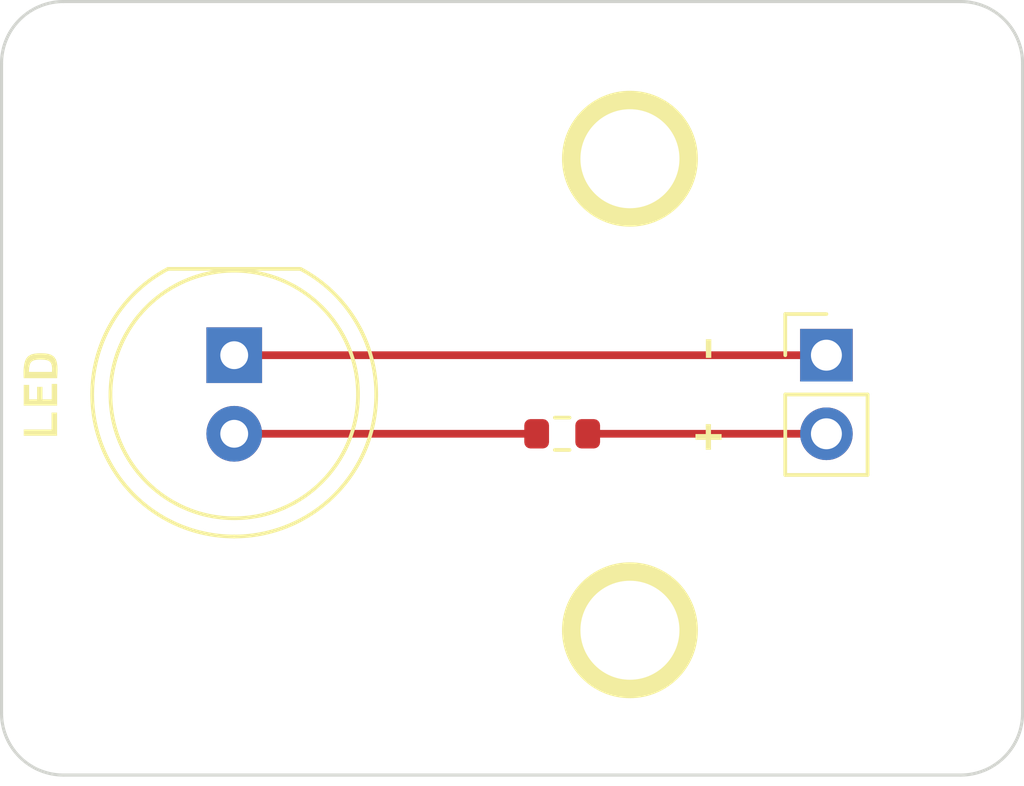
<source format=kicad_pcb>
(kicad_pcb (version 20221018) (generator pcbnew)
  (layers (0 "F.Cu" signal) (31 "B.Cu" signal) (34 "B.Paste" user) (35 "F.Paste" user) (36 "B.SilkS" user "B.Silkscreen") (37 "F.SilkS" user "F.Silkscreen") (38 "B.Mask" user) (39 "F.Mask" user) (44 "Edge.Cuts" user))
  (net 0 "")
  (net 1 "Net-(D1-K)")
  (net 2 "Net-(D1-A)")
  (net 3 "Net-(J1-Pin_2)")
  (footprint "MountingHole:MountingHole_3.2mm_M3" (layer "F.Cu") (at 161.29 83.82)
    (fp_text reference "REF**" hide)
    (fp_text value "MountingHole_3.2mm_M3")
    (pad "" np_thru_hole circle (at 0 0) (size 3.2 3.2) (drill 3.2) (layers "F&B.Cu" "*.Mask"))
  )
  (footprint "MountingHole:MountingHole_3.2mm_M3" (layer "F.Cu") (at 161.29 68.58)
    (fp_text reference "REF**" hide)
    (fp_text value "MountingHole_3.2mm_M3")
    (pad "" np_thru_hole circle (at 0 0) (size 3.2 3.2) (drill 3.2) (layers "*.Cu" "*.Mask"))
  )
  (footprint "Resistor_SMD:R_0603_1608Metric" (layer "F.Cu") (at 159.1 77.47 180)
    (fp_text reference "R1" hide)
    (fp_text value "R")
    (fp_line (start -0.237258 -0.5225) (end 0.237258 -0.5225) (stroke (width 0.12)) (layer "F.SilkS"))
    (fp_line (start -0.237258 0.5225) (end 0.237258 0.5225) (stroke (width 0.12)) (layer "F.SilkS"))
    (pad "1" smd roundrect (at -0.825 0 180) (size 0.8 0.95) (layers "F.Cu" "F.Paste" "F.Mask") (net 3 "Net-(J1-Pin_2)"))
    (pad "2" smd roundrect (at 0.825 0 180) (size 0.8 0.95) (layers "F.Cu" "F.Paste" "F.Mask") (net 2 "Net-(D1-A)"))
  )
  (footprint "Connector_PinHeader_2.54mm:PinHeader_1x02_P2.54mm_Vertical" (layer "F.Cu") (at 167.64 74.93)
    (fp_text reference "J1" hide)
    (fp_text value "Input")
    (fp_line (start -1.33 -1.33) (end 0 -1.33) (stroke (width 0.12)) (layer "F.SilkS"))
    (fp_line (start -1.33 0) (end -1.33 -1.33) (stroke (width 0.12)) (layer "F.SilkS"))
    (fp_line (start -1.33 1.27) (end -1.33 3.87) (stroke (width 0.12)) (layer "F.SilkS"))
    (fp_line (start -1.33 1.27) (end 1.33 1.27) (stroke (width 0.12)) (layer "F.SilkS"))
    (fp_line (start -1.33 3.87) (end 1.33 3.87) (stroke (width 0.12)) (layer "F.SilkS"))
    (fp_line (start 1.33 1.27) (end 1.33 3.87) (stroke (width 0.12)) (layer "F.SilkS"))
    (pad "1" thru_hole rect (at 0 0) (size 1.7 1.7) (drill 1) (layers "*.Cu" "*.Mask") (net 1 "Net-(D1-K)"))
    (pad "2" thru_hole oval (at 0 2.54) (size 1.7 1.7) (drill 1) (layers "*.Cu" "*.Mask") (net 3 "Net-(J1-Pin_2)"))
  )
  (footprint "LED_THT:LED_D8.0mm" (layer "F.Cu") (at 148.5 74.93 -90)
    (fp_text reference "D1" hide)
    (fp_text value "LED")
    (fp_line (start -2.79 -2.142) (end -2.79 2.142) (stroke (width 0.12)) (layer "F.SilkS"))
    (fp_arc (start -2.79 -2.141145) (mid 2.373119 -4.455472) (end 5.86 0.000486) (stroke (width 0.12)) (layer "F.SilkS"))
    (fp_arc (start 5.86 -0.000486) (mid 2.373119 4.455472) (end -2.79 2.141145) (stroke (width 0.12)) (layer "F.SilkS"))
    (fp_circle (center 1.27 0) (end 5.27 0) (stroke (width 0.12)) (fill none) (layer "F.SilkS"))
    (pad "1" thru_hole rect (at 0 0 270) (size 1.8 1.8) (drill 0.9) (layers "*.Cu" "*.Mask") (net 1 "Net-(D1-K)"))
    (pad "2" thru_hole circle (at 2.54 0 270) (size 1.8 1.8) (drill 0.9) (layers "*.Cu" "*.Mask") (net 2 "Net-(D1-A)"))
  )
  (footprint "kibuzzard-663E2491" (layer "F.Cu") (at 142.24 76.2 90)
    (fp_text reference "kibuzzard-663E2491" hide)
    (fp_text value "G***" hide)
    (fp_poly (pts (xy -1.334294 -0.542925) (xy -1.131094 -0.542925) (xy -1.131094 0.357188) (xy -0.584994 0.357188) (xy -0.584994 0.534988) (xy -1.334294 0.534988) (xy -1.334294 -0.542925)) (fill solid) (layer "F.SilkS"))
    (fp_poly (pts (xy -0.359569 -0.542925) (xy 0.310356 -0.542925) (xy 0.310356 -0.3683) (xy -0.156369 -0.3683) (xy -0.156369 -0.111125) (xy 0.246856 -0.111125) (xy 0.246856 0.0635) (xy -0.156369 0.0635) (xy -0.156369 0.36195) (xy 0.342106 0.36195) (xy 0.342106 0.536575) (xy -0.359569 0.536575) (xy -0.359569 -0.542925)) (fill solid) (layer "F.SilkS"))
    (fp_poly (pts (xy 0.526256 0.536575) (xy 0.526256 -0.542925) (xy 0.623094 -0.547688) (xy 0.710406 -0.549275) (xy 0.796131 -0.547291) (xy 0.872331 -0.541337) (xy 0.983897 -0.525463) (xy 1.077295 -0.501121) (xy 1.152525 -0.468313) (xy 1.237258 -0.398661) (xy 1.293019 -0.300831) (xy 1.315949 -0.216429) (xy 1.329708 -0.112448) (xy 1.334294 0.011113) (xy 1.329002 0.140317) (xy 1.313127 0.248532) (xy 1.286669 0.335756) (xy 1.222772 0.43438) (xy 1.126331 0.500063) (xy 1.040783 0.527403) (xy 0.93442 0.543807) (xy 0.854869 0.547227) (xy 0.854869 0.37465) (xy 0.950516 0.361156) (xy 1.021556 0.333375) (xy 1.071761 0.287536) (xy 1.1049 0.219869) (xy 1.123355 0.125611) (xy 1.129506 0) (xy 1.123553 -0.118864) (xy 1.105694 -0.208756) (xy 1.073745 -0.274241) (xy 1.025525 -0.319881) (xy 0.957461 -0.349448) (xy 0.865981 -0.366713) (xy 0.791369 -0.372666) (xy 0.729456 -0.37465) (xy 0.729456 0.369888) (xy 0.854869 0.37465) (xy 0.854869 0.547227) (xy 0.807244 0.549275) (xy 0.723812 0.547864) (xy 0.630149 0.543631) (xy 0.526256 0.536575)) (fill solid) (layer "F.SilkS"))
  )
  (footprint "kibuzzard-663E249F" (layer "F.Cu") (at 163.83 76.2 90)
    (fp_text reference "kibuzzard-663E249F" hide)
    (fp_text value "G***" hide)
    (fp_poly (pts (xy 1.183481 -0.085725) (xy 1.786731 -0.085725) (xy 1.786731 0.0889) (xy 1.183481 0.0889) (xy 1.183481 -0.085725)) (fill solid) (layer "F.SilkS"))
    (fp_poly (pts (xy -1.466056 0.079375) (xy -1.786731 0.079375) (xy -1.786731 -0.0889) (xy -1.466056 -0.0889) (xy -1.466056 -0.422275) (xy -1.278731 -0.422275) (xy -1.278731 -0.0889) (xy -0.958056 -0.0889) (xy -0.958056 0.079375) (xy -1.278731 0.079375) (xy -1.278731 0.422275) (xy -1.466056 0.422275) (xy -1.466056 0.079375)) (fill solid) (layer "F.SilkS"))
  )
  (gr_circle (center 161.29 68.58) (end 163.086051 68.58) (stroke (width 0.8)) (fill none) (layer "F.SilkS"))
  (gr_circle (center 161.29 83.82) (end 160.02 82.55) (stroke (width 0.8)) (fill none) (layer "F.SilkS"))
  (gr_arc (start 171.98 63.5) (mid 173.394214 64.085786) (end 173.98 65.5) (stroke (width 0.1)) (layer "Edge.Cuts"))
  (gr_line (start 142.98 63.5) (end 171.98 63.5) (stroke (width 0.1)) (layer "Edge.Cuts"))
  (gr_line (start 173.98 65.5) (end 173.98 86.5) (stroke (width 0.1)) (layer "Edge.Cuts"))
  (gr_line (start 171.98 88.5) (end 142.98 88.5) (stroke (width 0.1)) (layer "Edge.Cuts"))
  (gr_line (start 140.98 86.5) (end 140.98 65.5) (stroke (width 0.1)) (layer "Edge.Cuts"))
  (gr_arc (start 142.98 88.5) (mid 141.565786 87.914214) (end 140.98 86.5) (stroke (width 0.1)) (layer "Edge.Cuts"))
  (gr_arc (start 173.98 86.5) (mid 173.394214 87.914214) (end 171.98 88.5) (stroke (width 0.1)) (layer "Edge.Cuts"))
  (gr_arc (start 140.98 65.5) (mid 141.565786 64.085786) (end 142.98 63.5) (stroke (width 0.1)) (layer "Edge.Cuts"))
  (segment (start 148.5 74.93) (end 167.64 74.93) (width 0.25) (layer "F.Cu") (net 1))
  (segment (start 148.5 77.47) (end 158.275 77.47) (width 0.25) (layer "F.Cu") (net 2))
  (segment (start 159.925 77.47) (end 167.64 77.47) (width 0.25) (layer "F.Cu") (net 3))
)
</source>
